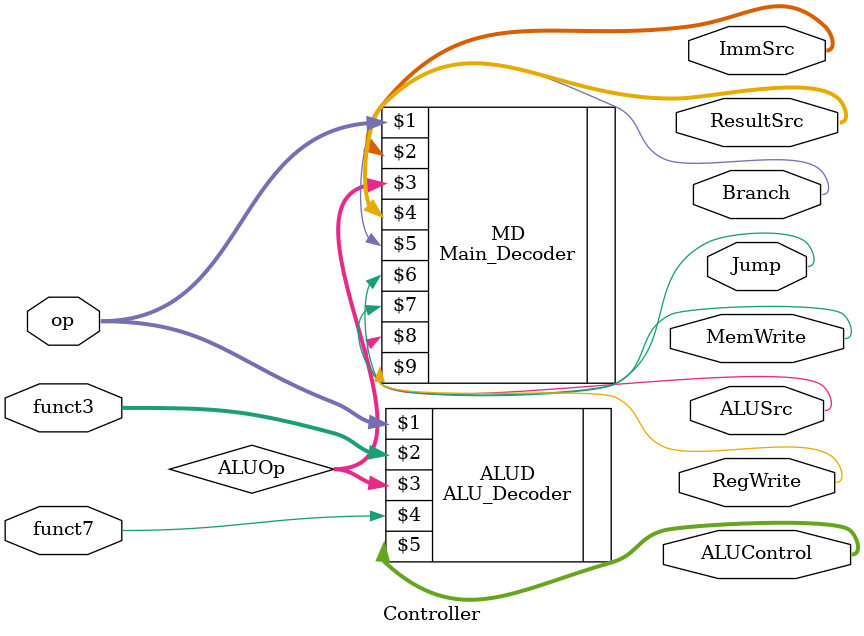
<source format=v>
`timescale 1ns / 1ps


module Controller(input wire [6:0] op,
                  input wire [2:0] funct3,
                  input wire funct7,
                  output wire [3:0] ALUControl,
                  output wire [1:0] ImmSrc,ResultSrc,
                  output wire MemWrite,ALUSrc,RegWrite,Branch,Jump);
wire [1:0] ALUOp;
Main_Decoder MD(op,ImmSrc,ALUOp,ResultSrc,Branch,Jump,MemWrite,ALUSrc,RegWrite);
ALU_Decoder ALUD(op,funct3,ALUOp,funct7,ALUControl);
endmodule

</source>
